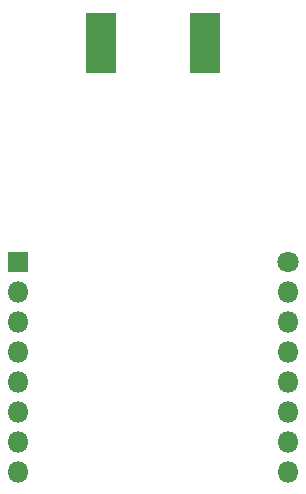
<source format=gbs>
G04 #@! TF.GenerationSoftware,KiCad,Pcbnew,(5.0.0)*
G04 #@! TF.CreationDate,2018-09-17T15:57:07-05:00*
G04 #@! TF.ProjectId,TESEO-LIV3F_uBUS,544553454F2D4C495633465F75425553,rev?*
G04 #@! TF.SameCoordinates,Original*
G04 #@! TF.FileFunction,Soldermask,Bot*
G04 #@! TF.FilePolarity,Negative*
%FSLAX46Y46*%
G04 Gerber Fmt 4.6, Leading zero omitted, Abs format (unit mm)*
G04 Created by KiCad (PCBNEW (5.0.0)) date 09/17/18 15:57:07*
%MOMM*%
%LPD*%
G01*
G04 APERTURE LIST*
%ADD10R,1.801600X1.801600*%
%ADD11O,1.801600X1.801600*%
%ADD12C,1.801600*%
%ADD13R,2.521600X5.181600*%
G04 APERTURE END LIST*
D10*
G04 #@! TO.C,J1*
X127000000Y-116840000D03*
D11*
X127000000Y-119380000D03*
X127000000Y-121920000D03*
X127000000Y-124460000D03*
X127000000Y-127000000D03*
X127000000Y-129540000D03*
X127000000Y-132080000D03*
X127000000Y-134620000D03*
G04 #@! TD*
G04 #@! TO.C,J2*
X149860000Y-134620000D03*
X149860000Y-132080000D03*
X149860000Y-129540000D03*
X149860000Y-127000000D03*
X149860000Y-124460000D03*
X149860000Y-121920000D03*
X149860000Y-119380000D03*
D12*
X149860000Y-116840000D03*
G04 #@! TD*
D13*
G04 #@! TO.C,J3*
X142810000Y-98298000D03*
X134050000Y-98298000D03*
G04 #@! TD*
M02*

</source>
